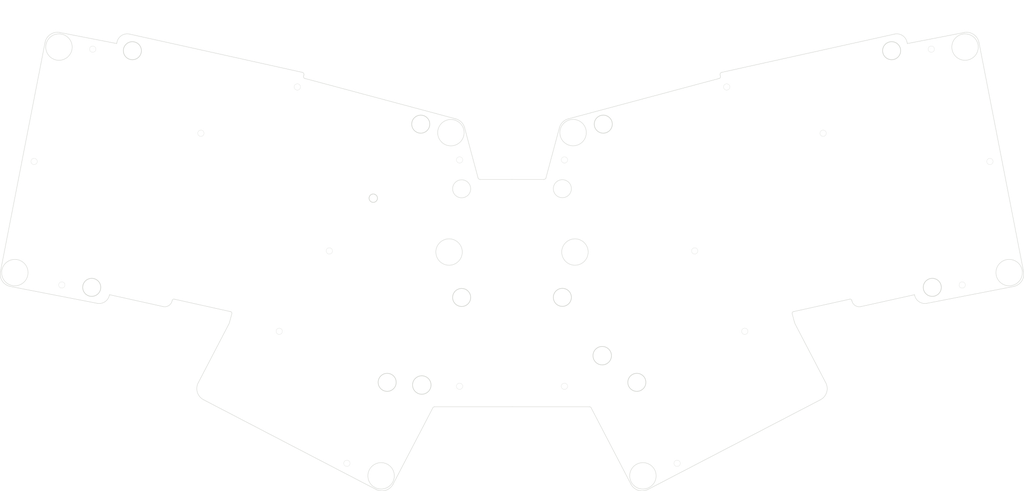
<source format=kicad_pcb>
(kicad_pcb (version 20240108) (generator "pcbnew") (generator_version "8.0")
  (layers (0 "F.Cu" signal) (31 "B.Cu" signal) (34 "B.Paste" user) (35 "F.Paste" user) (36 "B.SilkS" user "B.Silkscreen") (37 "F.SilkS" user "F.Silkscreen") (38 "B.Mask" user) (39 "F.Mask" user) (44 "Edge.Cuts" user))
  (net 0 "")
  (footprint "jw_custom_footprints:MountingHole_4.3mm_M4_cutout" (layer "F.Cu") (at 138.000124 90.162334)
    (property "Reference" "TRH5" (hide yes))
    (property "Value" "Trackpad")
    (fp_circle (center 0 0) (end 2.15 0) (stroke (width 0.15)) (fill none) (layer "Edge.Cuts"))
  )
  (footprint "jw_custom_footprints:MountingHole_4.3mm_M4_cutout" (layer "F.Cu") (at 128.250066 48.815518)
    (property "Reference" "TH2" (hide yes))
    (property "Value" "Spacing plate")
    (fp_circle (center 0 0) (end 2.15 0) (stroke (width 0.15)) (fill none) (layer "Edge.Cuts"))
  )
  (footprint "jw_custom_footprints:MountingHole_4.3mm_M4_cutout" (layer "F.Cu") (at 120.249066 110.410518)
    (property "Reference" "TH7" (hide yes))
    (property "Value" "Spacing plate")
    (fp_circle (center 0 0) (end 2.15 0) (stroke (width 0.15)) (fill none) (layer "Edge.Cuts"))
  )
  (footprint "jw_custom_footprints:MountingHole_4.3mm_M4_cutout" (layer "F.Cu") (at 161.999961 90.135622)
    (property "Reference" "TRH6" (hide yes))
    (property "Value" "Trackpad")
    (fp_circle (center 0 0) (end 2.15 0) (stroke (width 0.15)) (fill none) (layer "Edge.Cuts"))
  )
  (footprint "jw_custom_footprints:MountingHole_4.3mm_M4_cutout" (layer "F.Cu") (at 179.750934 110.410518)
    (property "Reference" "TH6" (hide yes))
    (property "Value" "Spacing plate")
    (fp_circle (center 0 0) (end 2.15 0) (stroke (width 0.15)) (fill none) (layer "Edge.Cuts"))
  )
  (footprint "jw_custom_footprints:MountingHole_4.3mm_M4_cutout" (layer "F.Cu") (at 49.838167 87.750857)
    (property "Reference" "TH8" (hide yes))
    (property "Value" "Spacing plate")
    (fp_circle (center 0 0) (end 2.15 0) (stroke (width 0.15)) (fill none) (layer "Edge.Cuts"))
  )
  (footprint "jw_custom_footprints:MountingHole_4.3mm_M4_cutout" (layer "F.Cu") (at 171.749934 48.815518)
    (property "Reference" "TH3" (hide yes))
    (property "Value" "Spacing plate")
    (fp_circle (center 0 0) (end 2.15 0) (stroke (width 0.15)) (fill none) (layer "Edge.Cuts"))
  )
  (footprint "jw_custom_footprints:MountingHole_4.3mm_M4_cutout" (layer "F.Cu") (at 250.161833 87.750857)
    (property "Reference" "TH5" (hide yes))
    (property "Value" "Spacing plate")
    (fp_circle (center 0 0) (end 2.15 0) (stroke (width 0.15)) (fill none) (layer "Edge.Cuts"))
  )
  (footprint "jw_custom_footprints:MountingHole_4.3mm_M4_cutout" (layer "F.Cu") (at 59.525928 31.292947)
    (property "Reference" "TH1" (hide yes))
    (property "Value" "Spacing plate")
    (fp_circle (center 0 0) (end 2.15 0) (stroke (width 0.15)) (fill none) (layer "Edge.Cuts"))
  )
  (footprint "jw_custom_footprints:MountingHole_4.3mm_M4_cutout" (layer "F.Cu") (at 240.474072 31.292947)
    (property "Reference" "TH4" (hide yes))
    (property "Value" "Spacing plate")
    (fp_circle (center 0 0) (end 2.15 0) (stroke (width 0.15)) (fill none) (layer "Edge.Cuts"))
  )
  (gr_arc (start 248.875544 91.557709) (mid 247.000499 91.176288) (end 245.944454 89.580663) (stroke (width 0.1)) (layer "Edge.Cuts"))
  (gr_arc (start 131.136116 116.495126) (mid 131.320231 116.298539) (end 131.579621 116.226) (stroke (width 0.1)) (layer "Edge.Cuts"))
  (gr_line (start 241.155535 27.33154) (end 199.974037 36.461258) (stroke (width 0.1)) (layer "Edge.Cuts"))
  (gr_arc (start 76.496836 114.56881) (mid 75.020905 112.809902) (end 75.22105 110.522531) (stroke (width 0.1)) (layer "Edge.Cuts"))
  (gr_line (start 230.986257 90.868125) (end 231.008121 90.966748) (stroke (width 0.1)) (layer "Edge.Cuts"))
  (gr_circle (center 137.999961 64.241915) (end 140.149961 64.241915) (stroke (width 0.1)) (fill none) (layer "Edge.Cuts"))
  (gr_arc (start 69.013743 90.868125) (mid 69.189379 90.617397) (end 69.490838 90.564182) (stroke (width 0.1)) (layer "Edge.Cuts"))
  (gr_line (start 28.081801 84.02252) (end 38.713665 29.326322) (stroke (width 0.1)) (layer "Edge.Cuts"))
  (gr_arc (start 54.055546 89.580663) (mid 52.999473 91.176261) (end 51.124456 91.557709) (stroke (width 0.1)) (layer "Edge.Cuts"))
  (gr_circle (center 249.927 30.9228) (end 250.677 30.9228) (stroke (width 0.05)) (fill none) (layer "Edge.Cuts"))
  (gr_circle (center 165.000004 79.32624) (end 168.150004 79.32624) (stroke (width 0.1)) (fill none) (layer "Edge.Cuts"))
  (gr_circle (center 42.02939 30.431911) (end 45.17939 30.431911) (stroke (width 0.1)) (fill none) (layer "Edge.Cuts"))
  (gr_line (start 121.660597 134.697428) (end 131.136116 116.495126) (stroke (width 0.1)) (layer "Edge.Cuts"))
  (gr_arc (start 224.77895 110.522531) (mid 224.979091 112.8099) (end 223.503164 114.56881) (stroke (width 0.1)) (layer "Edge.Cuts"))
  (gr_line (start 150 116.226) (end 131.579621 116.226) (stroke (width 0.1)) (layer "Edge.Cuts"))
  (gr_line (start 161.3004 49.669603) (end 158.095777 61.62941) (stroke (width 0.1)) (layer "Edge.Cuts"))
  (gr_circle (center 137.501477 57.349) (end 138.251477 57.349) (stroke (width 0.05)) (fill none) (layer "Edge.Cuts"))
  (gr_arc (start 217.529386 96.59625) (mid 217.394392 96.298319) (end 217.29264 95.987461) (stroke (width 0.1)) (layer "Edge.Cuts"))
  (gr_circle (center 224.146 50.9888) (end 224.896 50.9888) (stroke (width 0.05)) (fill none) (layer "Edge.Cuts"))
  (gr_circle (center 36.103954 57.7198) (end 36.853954 57.7198) (stroke (width 0.05)) (fill none) (layer "Edge.Cuts"))
  (gr_arc (start 100.608703 37.910267) (mid 100.370258 37.731396) (end 100.321712 37.437321) (stroke (width 0.1)) (layer "Edge.Cuts"))
  (gr_circle (center 162.499477 111.349) (end 163.249477 111.349) (stroke (width 0.05)) (fill none) (layer "Edge.Cuts"))
  (gr_line (start 82.70736 95.987461) (end 83.229817 94.037625) (stroke (width 0.1)) (layer "Edge.Cuts"))
  (gr_line (start 136.57828 47.548284) (end 100.608703 37.910267) (stroke (width 0.1)) (layer "Edge.Cuts"))
  (gr_line (start 233.155044 92.334491) (end 245.929263 89.502515) (stroke (width 0.1)) (layer "Edge.Cuts"))
  (gr_circle (center 263.897 57.7198) (end 264.647 57.7198) (stroke (width 0.05)) (fill none) (layer "Edge.Cuts"))
  (gr_circle (center 257.97061 30.431911) (end 261.12061 30.431911) (stroke (width 0.1)) (fill none) (layer "Edge.Cuts"))
  (gr_circle (center 164.5576 50.8352) (end 167.7076 50.8352) (stroke (width 0.1)) (fill none) (layer "Edge.Cuts"))
  (gr_circle (center 110.652954 129.7288) (end 111.402954 129.7288) (stroke (width 0.05)) (fill none) (layer "Edge.Cuts"))
  (gr_circle (center 201.159 39.9398) (end 201.909 39.9398) (stroke (width 0.05)) (fill none) (layer "Edge.Cuts"))
  (gr_circle (center 42.707954 87.1838) (end 43.457954 87.1838) (stroke (width 0.05)) (fill none) (layer "Edge.Cuts"))
  (gr_arc (start 233.155044 92.334491) (mid 231.798289 92.095288) (end 231.008121 90.966748) (stroke (width 0.1)) (layer "Edge.Cuts"))
  (gr_circle (center 135.434406 50.848998) (end 138.584406 50.848998) (stroke (width 0.1)) (fill none) (layer "Edge.Cuts"))
  (gr_line (start 224.77895 110.522531) (end 217.529386 96.59625) (stroke (width 0.1)) (layer "Edge.Cuts"))
  (gr_circle (center 171.499933 104.049002) (end 173.699933 104.049002) (stroke (width 0.15)) (fill none) (layer "Edge.Cuts"))
  (gr_line (start 245.929263 89.502515) (end 245.944454 89.580663) (stroke (width 0.1)) (layer "Edge.Cuts"))
  (gr_arc (start 38.713665 29.326322) (mid 39.980988 27.411663) (end 42.230974 26.953867) (stroke (width 0.1)) (layer "Edge.Cuts"))
  (gr_circle (center 128.499936 111.049001) (end 130.699936 111.049001) (stroke (width 0.15)) (fill none) (layer "Edge.Cuts"))
  (gr_circle (center 189.348 129.7288) (end 190.098 129.7288) (stroke (width 0.05)) (fill none) (layer "Edge.Cuts"))
  (gr_arc (start 100.025963 36.461258) (mid 100.339399 36.680784) (end 100.40589 37.057628) (stroke (width 0.1)) (layer "Edge.Cuts"))
  (gr_line (start 244.207969 29.58987) (end 244.150701 29.295255) (stroke (width 0.1)) (layer "Edge.Cuts"))
  (gr_circle (center 116.933001 66.4778) (end 117.933001 66.4778) (stroke (width 0.15)) (fill none) (layer "Edge.Cuts"))
  (gr_circle (center 205.477 98.2328) (end 206.227 98.2328) (stroke (width 0.05)) (fill none) (layer "Edge.Cuts"))
  (gr_line (start 199.678288 37.437321) (end 199.59411 37.057628) (stroke (width 0.1)) (layer "Edge.Cuts"))
  (gr_line (start 138.6996 49.669603) (end 141.904223 61.62941) (stroke (width 0.1)) (layer "Edge.Cuts"))
  (gr_circle (center 257.293 87.1838) (end 258.043 87.1838) (stroke (width 0.05)) (fill none) (layer "Edge.Cuts"))
  (gr_arc (start 142.387186 62) (mid 142.082812 61.896671) (end 141.904223 61.62941) (stroke (width 0.1)) (layer "Edge.Cuts"))
  (gr_line (start 182.385682 135.973214) (end 223.503164 114.56881) (stroke (width 0.1)) (layer "Edge.Cuts"))
  (gr_circle (center 106.461954 79.0558) (end 107.211954 79.0558) (stroke (width 0.05)) (fill none) (layer "Edge.Cuts"))
  (gr_line (start 54.070737 89.502515) (end 66.844956 92.334491) (stroke (width 0.1)) (layer "Edge.Cuts"))
  (gr_circle (center 137.501477 111.349) (end 138.251477 111.349) (stroke (width 0.05)) (fill none) (layer "Edge.Cuts"))
  (gr_arc (start 158.095777 61.62941) (mid 157.917195 61.896677) (end 157.612814 62) (stroke (width 0.1)) (layer "Edge.Cuts"))
  (gr_line (start 216.770183 94.037625) (end 217.29264 95.987461) (stroke (width 0.1)) (layer "Edge.Cuts"))
  (gr_line (start 261.286335 29.326322) (end 271.918199 84.02252) (stroke (width 0.1)) (layer "Edge.Cuts"))
  (gr_arc (start 241.155535 27.33154) (mid 243.067329 27.681625) (end 244.150701 29.295255) (stroke (width 0.1)) (layer "Edge.Cuts"))
  (gr_line (start 257.769026 26.953867) (end 244.207969 29.58987) (stroke (width 0.1)) (layer "Edge.Cuts"))
  (gr_circle (center 162.499477 57.349) (end 163.249477 57.349) (stroke (width 0.05)) (fill none) (layer "Edge.Cuts"))
  (gr_circle (center 268.485188 84.229754) (end 271.635188 84.229754) (stroke (width 0.1)) (fill none) (layer "Edge.Cuts"))
  (gr_arc (start 182.385682 135.973214) (mid 180.098302 136.173357) (end 178.339403 134.697428) (stroke (width 0.1)) (layer "Edge.Cuts"))
  (gr_arc (start 216.770183 94.037625) (mid 216.814589 93.726581) (end 217.069976 93.543578) (stroke (width 0.1)) (layer "Edge.Cuts"))
  (gr_circle (center 161.999961 64.215297) (end 164.149961 64.215297) (stroke (width 0.1)) (fill none) (layer "Edge.Cuts"))
  (gr_arc (start 68.991879 90.966748) (mid 68.201693 92.09526) (end 66.844956 92.334491) (stroke (width 0.1)) (layer "Edge.Cuts"))
  (gr_arc (start 121.660597 134.697428) (mid 119.90167 136.173334) (end 117.614318 135.973214) (stroke (width 0.1)) (layer "Edge.Cuts"))
  (gr_arc (start 82.70736 95.987461) (mid 82.605612 96.298321) (end 82.470614 96.59625) (stroke (width 0.1)) (layer "Edge.Cuts"))
  (gr_line (start 55.849299 29.295255) (end 55.792031 29.58987) (stroke (width 0.1)) (layer "Edge.Cuts"))
  (gr_arc (start 55.849299 29.295255) (mid 56.932619 27.681547) (end 58.844465 27.33154) (stroke (width 0.1)) (layer "Edge.Cuts"))
  (gr_circle (center 50.073954 30.9228) (end 50.823954 30.9228) (stroke (width 0.05)) (fill none) (layer "Edge.Cuts"))
  (gr_arc (start 30.454256 87.539829) (mid 28.539544 86.272543) (end 28.081801 84.02252) (stroke (width 0.1)) (layer "Edge.Cuts"))
  (gr_circle (center 135.000004 79.32624) (end 138.150004 79.32624) (stroke (width 0.1)) (fill none) (layer "Edge.Cuts"))
  (gr_arc (start 230.509162 90.564182) (mid 230.810696 90.617313) (end 230.986257 90.868125) (stroke (width 0.1)) (layer "Edge.Cuts"))
  (gr_arc (start 257.769026 26.953867) (mid 260.01901 27.41166) (end 261.286335 29.326322) (stroke (width 0.1)) (layer "Edge.Cuts"))
  (gr_arc (start 136.57828 47.548284) (mid 137.923144 48.324742) (end 138.6996 49.669603) (stroke (width 0.1)) (layer "Edge.Cuts"))
  (gr_circle (center 31.514812 84.229754) (end 34.664812 84.229754) (stroke (width 0.1)) (fill none) (layer "Edge.Cuts"))
  (gr_line (start 100.40589 37.057628) (end 100.321712 37.437321) (stroke (width 0.1)) (layer "Edge.Cuts"))
  (gr_circle (center 193.539 79.0558) (end 194.289 79.0558) (stroke (width 0.05)) (fill none) (layer "Edge.Cuts"))
  (gr_line (start 68.991879 90.966748) (end 69.013743 90.868125) (stroke (width 0.1)) (layer "Edge.Cuts"))
  (gr_line (start 55.792031 29.58987) (end 42.230974 26.953867) (stroke (width 0.1)) (layer "Edge.Cuts"))
  (gr_line (start 76.496836 114.56881) (end 117.614318 135.973214) (stroke (width 0.1)) (layer "Edge.Cuts"))
  (gr_circle (center 98.841954 39.9398) (end 99.591954 39.9398) (stroke (width 0.05)) (fill none) (layer "Edge.Cuts"))
  (gr_line (start 54.055546 89.580663) (end 54.070737 89.502515) (stroke (width 0.1)) (layer "Edge.Cuts"))
  (gr_circle (center 181.198305 132.717503) (end 184.348305 132.717503) (stroke (width 0.1)) (fill none) (layer "Edge.Cuts"))
  (gr_arc (start 168.420379 116.226) (mid 168.679774 116.298536) (end 168.863884 116.495126) (stroke (width 0.1)) (layer "Edge.Cuts"))
  (gr_arc (start 199.59411 37.057628) (mid 199.660557 36.680745) (end 199.974037 36.461258) (stroke (width 0.1)) (layer "Edge.Cuts"))
  (gr_line (start 150 62) (end 157.612814 62) (stroke (width 0.1)) (layer "Edge.Cuts"))
  (gr_arc (start 161.3004 49.669603) (mid 162.076857 48.32474) (end 163.42172 47.548284) (stroke (width 0.1)) (layer "Edge.Cuts"))
  (gr_circle (center 118.801695 132.717503) (end 121.951695 132.717503) (stroke (width 0.1)) (fill none) (layer "Edge.Cuts"))
  (gr_line (start 178.339403 134.697428) (end 168.863884 116.495126) (stroke (width 0.1)) (layer "Edge.Cuts"))
  (gr_line (start 199.391297 37.910267) (end 163.42172 47.548284) (stroke (width 0.1)) (layer "Edge.Cuts"))
  (gr_arc (start 271.918199 84.02252) (mid 271.460453 86.272541) (end 269.545744 87.539829) (stroke (width 0.1)) (layer "Edge.Cuts"))
  (gr_circle (center 94.523954 98.2328) (end 95.273954 98.2328) (stroke (width 0.05)) (fill none) (layer "Edge.Cuts"))
  (gr_arc (start 82.930024 93.543578) (mid 83.185448 93.726578) (end 83.229817 94.037625) (stroke (width 0.1)) (layer "Edge.Cuts"))
  (gr_line (start 69.490838 90.564182) (end 82.930024 93.543578) (stroke (width 0.1)) (layer "Edge.Cuts"))
  (gr_line (start 150 62) (end 142.387186 62) (stroke (width 0.1)) (layer "Edge.Cuts"))
  (gr_line (start 30.454256 87.539829) (end 51.124456 91.557709) (stroke (width 0.1)) (layer "Edge.Cuts"))
  (gr_line (start 82.470614 96.59625) (end 75.22105 110.522531) (stroke (width 0.1)) (layer "Edge.Cuts"))
  (gr_line (start 217.069976 93.543578) (end 230.509162 90.564182) (stroke (width 0.1)) (layer "Edge.Cuts"))
  (gr_line (start 100.025963 36.461258) (end 58.844465 27.33154) (stroke (width 0.1)) (layer "Edge.Cuts"))
  (gr_circle (center 75.854954 50.9888) (end 76.604954 50.9888) (stroke (width 0.05)) (fill none) (layer "Edge.Cuts"))
  (gr_line (start 248.875544 91.557709) (end 269.545744 87.539829) (stroke (width 0.1)) (layer "Edge.Cuts"))
  (gr_line (start 150 116.226) (end 168.420379 116.226) (stroke (width 0.1)) (layer "Edge.Cuts"))
  (gr_arc (start 199.678288 37.437321) (mid 199.629735 37.731402) (end 199.391297 37.910267) (stroke (width 0.1)) (layer "Edge.Cuts"))
)
</source>
